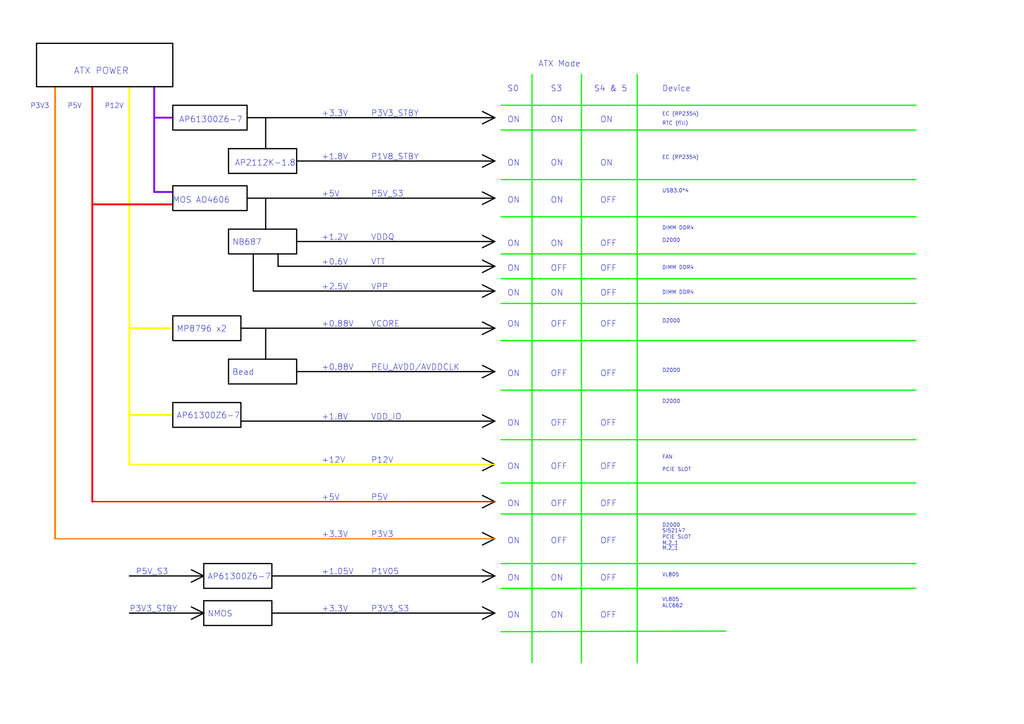
<source format=kicad_sch>
(kicad_sch
	(version 20250114)
	(generator "eeschema")
	(generator_version "9.0")
	(uuid "9b962762-b9ed-44d1-ae1a-66ebb8a3131f")
	(paper "A3")
	(title_block
		(title "Bugboard-1 D2000 mITX")
		(date "2025-05-23")
		(rev "1.0")
	)
	(lib_symbols)
	(rectangle
		(start 111.506 231.14)
		(end 83.566 241.3)
		(stroke
			(width 0.508)
			(type solid)
			(color 0 0 0 1)
		)
		(fill
			(type none)
		)
		(uuid 17bee92c-2f81-44c9-bf83-7cc6dae39ce6)
	)
	(rectangle
		(start 121.666 147.32)
		(end 93.726 157.48)
		(stroke
			(width 0.508)
			(type solid)
			(color 0 0 0 1)
		)
		(fill
			(type none)
		)
		(uuid 1c48d564-df0d-4d51-98dd-eef0e142abdd)
	)
	(rectangle
		(start 101.346 43.18)
		(end 70.866 53.34)
		(stroke
			(width 0.508)
			(type solid)
			(color 0 0 0 1)
		)
		(fill
			(type none)
		)
		(uuid 3d94f4a5-48c4-4bdc-9543-b4c49a5506b8)
	)
	(rectangle
		(start 121.666 93.98)
		(end 93.726 104.14)
		(stroke
			(width 0.508)
			(type solid)
			(color 0 0 0 1)
		)
		(fill
			(type none)
		)
		(uuid 3f4ffd79-9faf-4d73-a155-08e1b0cce69b)
	)
	(rectangle
		(start 70.866 17.78)
		(end 14.986 35.56)
		(stroke
			(width 0.508)
			(type solid)
			(color 0 0 0 1)
		)
		(fill
			(type none)
		)
		(uuid 463994d6-5e98-4125-bc01-9ec5acaff6fb)
	)
	(rectangle
		(start 98.806 129.54)
		(end 70.866 139.7)
		(stroke
			(width 0.508)
			(type solid)
			(color 0 0 0 1)
		)
		(fill
			(type none)
		)
		(uuid 48a573ef-6092-45ec-9564-5c646695e91a)
	)
	(rectangle
		(start 111.506 246.38)
		(end 83.566 256.54)
		(stroke
			(width 0.508)
			(type solid)
			(color 0 0 0 1)
		)
		(fill
			(type none)
		)
		(uuid 6d9867bc-c110-4f36-b132-c86e9ce1d307)
	)
	(rectangle
		(start 101.346 76.2)
		(end 70.866 86.36)
		(stroke
			(width 0.508)
			(type solid)
			(color 0 0 0 1)
		)
		(fill
			(type none)
		)
		(uuid 88828e65-30bc-4dc1-a166-73ca93c79eae)
	)
	(rectangle
		(start 98.806 165.1)
		(end 70.866 175.26)
		(stroke
			(width 0.508)
			(type solid)
			(color 0 0 0 1)
		)
		(fill
			(type none)
		)
		(uuid 8b09e485-21c3-4f06-9bac-ae565738eb92)
	)
	(rectangle
		(start 93.726 60.96)
		(end 121.666 71.12)
		(stroke
			(width 0.508)
			(type solid)
			(color 0 0 0 1)
		)
		(fill
			(type none)
		)
		(uuid f16d23ed-00b8-484e-bcf3-c99111b08f88)
	)
	(text "P12V"
		(exclude_from_sim no)
		(at 152.146 190.246 0)
		(effects
			(font
				(size 2.413 2.413)
			)
			(justify left bottom)
		)
		(uuid "0119c1b4-270c-4b70-9b64-1c935fc0d904")
	)
	(text "+1.2V"
		(exclude_from_sim no)
		(at 131.826 98.806 0)
		(effects
			(font
				(size 2.413 2.413)
			)
			(justify left bottom)
		)
		(uuid "018d4277-596d-4861-8652-8719a0e95f93")
	)
	(text "ON"
		(exclude_from_sim no)
		(at 208.026 192.786 0)
		(effects
			(font
				(size 2.413 2.413)
			)
			(justify left bottom)
		)
		(uuid "01a495c9-d834-438c-bb85-35aad8f1ae87")
	)
	(text "OFF"
		(exclude_from_sim no)
		(at 246.126 83.566 0)
		(effects
			(font
				(size 2.413 2.413)
			)
			(justify left bottom)
		)
		(uuid "02c2070a-88e1-4c23-8657-64c2246c0e0f")
	)
	(text "ON"
		(exclude_from_sim no)
		(at 208.026 50.546 0)
		(effects
			(font
				(size 2.413 2.413)
			)
			(justify left bottom)
		)
		(uuid "080920c4-2925-48f2-9277-009da5e48134")
	)
	(text "D2000"
		(exclude_from_sim no)
		(at 271.526 152.908 0)
		(effects
			(font
				(size 1.524 1.524)
			)
			(justify left bottom)
		)
		(uuid "0d59b52d-f82e-4dd8-8b81-a8dbd01779fe")
	)
	(text "P3V3_S3"
		(exclude_from_sim no)
		(at 152.146 251.206 0)
		(effects
			(font
				(size 2.413 2.413)
			)
			(justify left bottom)
		)
		(uuid "1231d8d2-1c90-41dd-885a-3cbfc4219e4d")
	)
	(text "PEU_AVDD/AVDDCLK"
		(exclude_from_sim no)
		(at 152.146 152.146 0)
		(effects
			(font
				(size 2.413 2.413)
			)
			(justify left bottom)
		)
		(uuid "13c2a8e0-bd18-4a77-8421-a6f4f9fa4fee")
	)
	(text "VTT"
		(exclude_from_sim no)
		(at 152.146 108.966 0)
		(effects
			(font
				(size 2.413 2.413)
			)
			(justify left bottom)
		)
		(uuid "14691d74-8b48-480b-958c-4957cb0849f2")
	)
	(text "MOS AO4606"
		(exclude_from_sim no)
		(at 70.866 83.566 0)
		(effects
			(font
				(size 2.413 2.413)
			)
			(justify left bottom)
		)
		(uuid "15db7ec3-7c37-4e49-ab9b-2da370a204e3")
	)
	(text "USB3.0*4"
		(exclude_from_sim no)
		(at 271.526 79.248 0)
		(effects
			(font
				(size 1.524 1.524)
			)
			(justify left bottom)
		)
		(uuid "160c0fa2-b348-417f-82b8-41fef271de81")
	)
	(text "OFF"
		(exclude_from_sim no)
		(at 246.126 223.266 0)
		(effects
			(font
				(size 2.413 2.413)
			)
			(justify left bottom)
		)
		(uuid "1639bdef-3e16-41b1-ad79-ac37abb0ef8d")
	)
	(text "D2000"
		(exclude_from_sim no)
		(at 271.526 99.568 0)
		(effects
			(font
				(size 1.524 1.524)
			)
			(justify left bottom)
		)
		(uuid "17ec569c-91f9-4f6d-a9f9-62d44a2163e9")
	)
	(text "OFF"
		(exclude_from_sim no)
		(at 246.126 121.666 0)
		(effects
			(font
				(size 2.413 2.413)
			)
			(justify left bottom)
		)
		(uuid "17fb4b82-3056-436c-8e64-af2c543cba28")
	)
	(text "OFF"
		(exclude_from_sim no)
		(at 246.126 101.346 0)
		(effects
			(font
				(size 2.413 2.413)
			)
			(justify left bottom)
		)
		(uuid "1e1988fd-6785-4464-97f4-504219b9f8a3")
	)
	(text "M.2_1"
		(exclude_from_sim no)
		(at 271.526 225.806 0)
		(effects
			(font
				(size 1.524 1.524)
			)
			(justify left bottom)
		)
		(uuid "1ea47a32-84b0-46ba-b02e-5ee1e47450cd")
	)
	(text "P1V8_STBY"
		(exclude_from_sim no)
		(at 152.146 65.786 0)
		(effects
			(font
				(size 2.413 2.413)
			)
			(justify left bottom)
		)
		(uuid "1ff100ea-5ce4-4c0e-b3ec-f376d630dd2a")
	)
	(text "RTC (fill)"
		(exclude_from_sim no)
		(at 271.526 51.562 0)
		(effects
			(font
				(size 1.524 1.524)
			)
			(justify left bottom)
		)
		(uuid "21eabb72-8a59-4334-b2fe-95a7b40155ee")
	)
	(text "ON"
		(exclude_from_sim no)
		(at 208.026 134.366 0)
		(effects
			(font
				(size 2.413 2.413)
			)
			(justify left bottom)
		)
		(uuid "22ae681f-414d-40dc-af5b-1b171282db92")
	)
	(text "Bead"
		(exclude_from_sim no)
		(at 95.25 154.178 0)
		(effects
			(font
				(size 2.413 2.413)
			)
			(justify left bottom)
		)
		(uuid "27112ed8-a42a-49eb-b458-d4bb6479c401")
	)
	(text "AP61300Z6-7"
		(exclude_from_sim no)
		(at 72.39 171.958 0)
		(effects
			(font
				(size 2.413 2.413)
			)
			(justify left bottom)
		)
		(uuid "2a8e08ec-4b8a-407b-8324-dd09a4b4263b")
	)
	(text "ON"
		(exclude_from_sim no)
		(at 246.126 68.326 0)
		(effects
			(font
				(size 2.413 2.413)
			)
			(justify left bottom)
		)
		(uuid "3250ba4a-54c2-424e-9785-48f3587a6768")
	)
	(text "OFF"
		(exclude_from_sim no)
		(at 225.806 175.006 0)
		(effects
			(font
				(size 2.413 2.413)
			)
			(justify left bottom)
		)
		(uuid "33612ee3-0f9e-4a7b-adb2-b162b358fe58")
	)
	(text "S4 & 5"
		(exclude_from_sim no)
		(at 243.586 37.846 0)
		(effects
			(font
				(size 2.413 2.413)
			)
			(justify left bottom)
		)
		(uuid "33ee3c15-9522-49c6-a806-2fb7a2b6d026")
	)
	(text "PCIE SLOT"
		(exclude_from_sim no)
		(at 271.526 193.548 0)
		(effects
			(font
				(size 1.524 1.524)
			)
			(justify left bottom)
		)
		(uuid "4118c842-92f0-445d-a337-8f8e7644138c")
	)
	(text "ON"
		(exclude_from_sim no)
		(at 225.806 83.566 0)
		(effects
			(font
				(size 2.413 2.413)
			)
			(justify left bottom)
		)
		(uuid "412dd567-5844-4db9-87ef-1d855c150f68")
	)
	(text "OFF"
		(exclude_from_sim no)
		(at 225.806 134.366 0)
		(effects
			(font
				(size 2.413 2.413)
			)
			(justify left bottom)
		)
		(uuid "48351819-e9b8-4199-8116-ec85601fc1f0")
	)
	(text "+2.5V"
		(exclude_from_sim no)
		(at 131.826 119.126 0)
		(effects
			(font
				(size 2.413 2.413)
			)
			(justify left bottom)
		)
		(uuid "4b33ba49-8f3b-446d-a6b6-192b5f7f6a3d")
	)
	(text "P12V"
		(exclude_from_sim no)
		(at 42.926 44.704 0)
		(effects
			(font
				(size 2.032 2.032)
			)
			(justify left bottom)
		)
		(uuid "4b92ca7a-68d9-4a16-b27f-36ea4954fa5e")
	)
	(text "P5V_S3"
		(exclude_from_sim no)
		(at 152.146 81.026 0)
		(effects
			(font
				(size 2.413 2.413)
			)
			(justify left bottom)
		)
		(uuid "4cdae109-5014-4b28-a8e2-0d9919f93810")
	)
	(text "VDDQ"
		(exclude_from_sim no)
		(at 152.146 98.806 0)
		(effects
			(font
				(size 2.413 2.413)
			)
			(justify left bottom)
		)
		(uuid "4da4c462-d9a3-4bb6-983c-0630b5e9696a")
	)
	(text "OFF"
		(exclude_from_sim no)
		(at 246.126 208.026 0)
		(effects
			(font
				(size 2.413 2.413)
			)
			(justify left bottom)
		)
		(uuid "50c420e9-e612-4ef9-9728-d45ac7a563f9")
	)
	(text "OFF"
		(exclude_from_sim no)
		(at 246.126 175.006 0)
		(effects
			(font
				(size 2.413 2.413)
			)
			(justify left bottom)
		)
		(uuid "50f65e4e-397b-414f-bb47-5f2844cb3653")
	)
	(text "PCIE SLOT"
		(exclude_from_sim no)
		(at 271.526 221.234 0)
		(effects
			(font
				(size 1.524 1.524)
			)
			(justify left bottom)
		)
		(uuid "53bf0201-879e-40dd-8d37-0962314347cb")
	)
	(text "S3"
		(exclude_from_sim no)
		(at 225.806 37.846 0)
		(effects
			(font
				(size 2.413 2.413)
			)
			(justify left bottom)
		)
		(uuid "54b2d212-2703-49a2-8e64-29375cca8d11")
	)
	(text "ON"
		(exclude_from_sim no)
		(at 208.026 208.026 0)
		(effects
			(font
				(size 2.413 2.413)
			)
			(justify left bottom)
		)
		(uuid "5aa2cdc5-79d9-4b13-b7f4-d42057ccb628")
	)
	(text "AP61300Z6-7"
		(exclude_from_sim no)
		(at 85.09 237.998 0)
		(effects
			(font
				(size 2.413 2.413)
			)
			(justify left bottom)
		)
		(uuid "5b9b0fef-d507-477f-862e-1e25417621e4")
	)
	(text "AP61300Z6-7"
		(exclude_from_sim no)
		(at 73.406 50.546 0)
		(effects
			(font
				(size 2.413 2.413)
			)
			(justify left bottom)
		)
		(uuid "5c049c30-c94c-4326-852a-d02aad7d2d22")
	)
	(text "P3V3"
		(exclude_from_sim no)
		(at 12.446 44.704 0)
		(effects
			(font
				(size 2.032 2.032)
			)
			(justify left bottom)
		)
		(uuid "5da331fa-3279-4042-ac9a-635338c43428")
	)
	(text "ON"
		(exclude_from_sim no)
		(at 208.026 111.506 0)
		(effects
			(font
				(size 2.413 2.413)
			)
			(justify left bottom)
		)
		(uuid "5ec9cbbd-e22f-42d2-a4f3-c3712774f222")
	)
	(text "EC (RP2354)"
		(exclude_from_sim no)
		(at 271.526 65.532 0)
		(effects
			(font
				(size 1.524 1.524)
			)
			(justify left bottom)
		)
		(uuid "634dfae7-cb38-4a9c-8e81-ea48cef1eabb")
	)
	(text "OFF"
		(exclude_from_sim no)
		(at 246.126 238.506 0)
		(effects
			(font
				(size 2.413 2.413)
			)
			(justify left bottom)
		)
		(uuid "69ea9e66-a58b-453f-8548-20b67888e1b7")
	)
	(text "ON"
		(exclude_from_sim no)
		(at 246.126 50.546 0)
		(effects
			(font
				(size 2.413 2.413)
			)
			(justify left bottom)
		)
		(uuid "6bbc8cef-8937-45d3-951d-c94156a54dc6")
	)
	(text "ON"
		(exclude_from_sim no)
		(at 208.026 121.666 0)
		(effects
			(font
				(size 2.413 2.413)
			)
			(justify left bottom)
		)
		(uuid "6c259c1d-c0b5-4d28-92f2-01b35e5c8698")
	)
	(text "ATX Mode"
		(exclude_from_sim no)
		(at 220.726 27.686 0)
		(effects
			(font
				(size 2.413 2.413)
			)
			(justify left bottom)
		)
		(uuid "703a59ea-6bd7-4417-830a-472a6174d356")
	)
	(text "D2000"
		(exclude_from_sim no)
		(at 271.526 165.608 0)
		(effects
			(font
				(size 1.524 1.524)
			)
			(justify left bottom)
		)
		(uuid "7077ef6e-d799-40e6-8882-5607d5a8c88f")
	)
	(text "+3.3V"
		(exclude_from_sim no)
		(at 131.826 48.006 0)
		(effects
			(font
				(size 2.413 2.413)
			)
			(justify left bottom)
		)
		(uuid "728cd3da-7f00-42db-88d0-e279ceadaae8")
	)
	(text "VPP"
		(exclude_from_sim no)
		(at 152.146 119.126 0)
		(effects
			(font
				(size 2.413 2.413)
			)
			(justify left bottom)
		)
		(uuid "7331efcc-0fe7-4c10-bbb9-9e9ab23587f4")
	)
	(text "P5V_S3"
		(exclude_from_sim no)
		(at 55.626 235.966 0)
		(effects
			(font
				(size 2.413 2.413)
			)
			(justify left bottom)
		)
		(uuid "746ac498-f722-4280-9caa-60d4912ec26e")
	)
	(text "OFF"
		(exclude_from_sim no)
		(at 246.126 134.366 0)
		(effects
			(font
				(size 2.413 2.413)
			)
			(justify left bottom)
		)
		(uuid "7525f464-c789-4ee1-bf44-8abc68d7db57")
	)
	(text "NB687"
		(exclude_from_sim no)
		(at 95.25 100.838 0)
		(effects
			(font
				(size 2.413 2.413)
			)
			(justify left bottom)
		)
		(uuid "75fa1d8d-34c0-4c59-983a-68b9d84eb536")
	)
	(text "+5V"
		(exclude_from_sim no)
		(at 131.826 205.486 0)
		(effects
			(font
				(size 2.413 2.413)
			)
			(justify left bottom)
		)
		(uuid "781c8583-e791-40dd-a92d-68b4be2a8ded")
	)
	(text "OFF"
		(exclude_from_sim no)
		(at 225.806 223.266 0)
		(effects
			(font
				(size 2.413 2.413)
			)
			(justify left bottom)
		)
		(uuid "7cbe8911-bfea-434b-8758-b3ff554d015b")
	)
	(text "+5V"
		(exclude_from_sim no)
		(at 131.826 81.026 0)
		(effects
			(font
				(size 2.413 2.413)
			)
			(justify left bottom)
		)
		(uuid "7e4096eb-cab6-4f53-857a-e5499bb12147")
	)
	(text "ON"
		(exclude_from_sim no)
		(at 225.806 68.326 0)
		(effects
			(font
				(size 2.413 2.413)
			)
			(justify left bottom)
		)
		(uuid "7e739d2a-1921-44d5-a045-0d723337ee4f")
	)
	(text "ON"
		(exclude_from_sim no)
		(at 225.806 101.346 0)
		(effects
			(font
				(size 2.413 2.413)
			)
			(justify left bottom)
		)
		(uuid "81ea7e73-68e9-4e19-85bf-fc2cfa821aab")
	)
	(text "OFF"
		(exclude_from_sim no)
		(at 225.806 154.686 0)
		(effects
			(font
				(size 2.413 2.413)
			)
			(justify left bottom)
		)
		(uuid "83e21779-fec6-4765-983e-bef528ceffdc")
	)
	(text "OFF"
		(exclude_from_sim no)
		(at 246.126 111.506 0)
		(effects
			(font
				(size 2.413 2.413)
			)
			(justify left bottom)
		)
		(uuid "83f6502f-4297-43a6-8f76-fd95f8e71fe9")
	)
	(text "M.2_1"
		(exclude_from_sim no)
		(at 271.526 223.774 0)
		(effects
			(font
				(size 1.524 1.524)
			)
			(justify left bottom)
		)
		(uuid "875d6a12-1d33-4882-999b-c25e434f4945")
	)
	(text "VCORE"
		(exclude_from_sim no)
		(at 152.146 134.366 0)
		(effects
			(font
				(size 2.413 2.413)
			)
			(justify left bottom)
		)
		(uuid "8950c42c-de08-4f42-9e49-006446ca00e5")
	)
	(text "ON"
		(exclude_from_sim no)
		(at 208.026 175.006 0)
		(effects
			(font
				(size 2.413 2.413)
			)
			(justify left bottom)
		)
		(uuid "8b4bb3da-adef-4c57-8d4a-4fea5d78a097")
	)
	(text "D2000"
		(exclude_from_sim no)
		(at 271.526 132.588 0)
		(effects
			(font
				(size 1.524 1.524)
			)
			(justify left bottom)
		)
		(uuid "8c000026-938d-4b30-96fe-8d71a40e8911")
	)
	(text "P3V3_STBY"
		(exclude_from_sim no)
		(at 53.086 251.206 0)
		(effects
			(font
				(size 2.413 2.413)
			)
			(justify left bottom)
		)
		(uuid "8c60ef46-1552-434f-b1ae-51accd83e0e0")
	)
	(text "FAN"
		(exclude_from_sim no)
		(at 271.526 188.468 0)
		(effects
			(font
				(size 1.524 1.524)
			)
			(justify left bottom)
		)
		(uuid "8cff1c7c-aed6-4ee1-b612-aa8fdebb4ab2")
	)
	(text "+1.05V"
		(exclude_from_sim no)
		(at 131.826 235.966 0)
		(effects
			(font
				(size 2.413 2.413)
			)
			(justify left bottom)
		)
		(uuid "92294e6a-4fe8-42aa-9d6a-7f875d6ce08b")
	)
	(text "OFF"
		(exclude_from_sim no)
		(at 246.126 154.686 0)
		(effects
			(font
				(size 2.413 2.413)
			)
			(justify left bottom)
		)
		(uuid "93d4fee8-ef07-493e-a8a1-b8bb46dc8465")
	)
	(text "ON"
		(exclude_from_sim no)
		(at 225.806 253.746 0)
		(effects
			(font
				(size 2.413 2.413)
			)
			(justify left bottom)
		)
		(uuid "9430feeb-aa7a-45dc-9c7f-2a59519d4fd8")
	)
	(text "+12V"
		(exclude_from_sim no)
		(at 131.826 190.246 0)
		(effects
			(font
				(size 2.413 2.413)
			)
			(justify left bottom)
		)
		(uuid "982f4b16-ee28-4673-9c93-aa238f04eb81")
	)
	(text "+3.3V"
		(exclude_from_sim no)
		(at 131.826 251.206 0)
		(effects
			(font
				(size 2.413 2.413)
			)
			(justify left bottom)
		)
		(uuid "9b799455-5b17-48ea-a8e2-01cad38ab56f")
	)
	(text "DIMM DDR4"
		(exclude_from_sim no)
		(at 271.526 110.744 0)
		(effects
			(font
				(size 1.524 1.524)
			)
			(justify left bottom)
		)
		(uuid "9b931d18-c1bf-4211-8f0a-a3f370d5e72d")
	)
	(text "P1V05"
		(exclude_from_sim no)
		(at 152.146 235.966 0)
		(effects
			(font
				(size 2.413 2.413)
			)
			(justify left bottom)
		)
		(uuid "9d3331c7-1f27-4935-81a1-08ef98cb01f3")
	)
	(text "Device"
		(exclude_from_sim no)
		(at 271.526 37.846 0)
		(effects
			(font
				(size 2.413 2.413)
			)
			(justify left bottom)
		)
		(uuid "9e6c5150-96a3-4c08-a303-ae6c471b82cd")
	)
	(text "+0.88V"
		(exclude_from_sim no)
		(at 131.826 152.146 0)
		(effects
			(font
				(size 2.413 2.413)
			)
			(justify left bottom)
		)
		(uuid "9eaaa155-0ed7-4607-80ba-a3d0d6ae42c4")
	)
	(text "ON"
		(exclude_from_sim no)
		(at 225.806 121.666 0)
		(effects
			(font
				(size 2.413 2.413)
			)
			(justify left bottom)
		)
		(uuid "a1bab5ec-e82a-4fca-a22f-a2a7897a0ee0")
	)
	(text "+0.6V"
		(exclude_from_sim no)
		(at 131.826 108.966 0)
		(effects
			(font
				(size 2.413 2.413)
			)
			(justify left bottom)
		)
		(uuid "a6220b32-bc6a-4541-89c9-8857d5d5b95f")
	)
	(text "VL805"
		(exclude_from_sim no)
		(at 271.526 236.728 0)
		(effects
			(font
				(size 1.524 1.524)
			)
			(justify left bottom)
		)
		(uuid "a7bf9182-20a8-4b6b-b23a-993d50ad68e4")
	)
	(text "ON"
		(exclude_from_sim no)
		(at 208.026 83.566 0)
		(effects
			(font
				(size 2.413 2.413)
			)
			(justify left bottom)
		)
		(uuid "abe2355f-9fbb-4d26-ad6a-cc273c0bfac8")
	)
	(text "ON"
		(exclude_from_sim no)
		(at 208.026 154.686 0)
		(effects
			(font
				(size 2.413 2.413)
			)
			(justify left bottom)
		)
		(uuid "af2f1511-1f74-4fc8-9c7c-2a44b25edd72")
	)
	(text "P3V3"
		(exclude_from_sim no)
		(at 152.146 220.726 0)
		(effects
			(font
				(size 2.413 2.413)
			)
			(justify left bottom)
		)
		(uuid "b2d02610-f47b-453e-8bb4-c83a41f17f03")
	)
	(text "P5V"
		(exclude_from_sim no)
		(at 152.146 205.486 0)
		(effects
			(font
				(size 2.413 2.413)
			)
			(justify left bottom)
		)
		(uuid "b6164791-8899-41cf-83ca-50add6428a68")
	)
	(text "OFF"
		(exclude_from_sim no)
		(at 246.126 192.786 0)
		(effects
			(font
				(size 2.413 2.413)
			)
			(justify left bottom)
		)
		(uuid "b80dc2e5-2297-460c-816e-80d9423007c9")
	)
	(text "+0.88V"
		(exclude_from_sim no)
		(at 131.826 134.366 0)
		(effects
			(font
				(size 2.413 2.413)
			)
			(justify left bottom)
		)
		(uuid "b90bb201-c087-4d37-bdde-190ba7f6dd5d")
	)
	(text "ALC662"
		(exclude_from_sim no)
		(at 271.526 249.428 0)
		(effects
			(font
				(size 1.524 1.524)
			)
			(justify left bottom)
		)
		(uuid "ba716d5d-7cb1-4879-a335-aadec19f9e6f")
	)
	(text "+1.8V"
		(exclude_from_sim no)
		(at 131.826 65.786 0)
		(effects
			(font
				(size 2.413 2.413)
			)
			(justify left bottom)
		)
		(uuid "ba84367f-ba3d-4c0d-9028-f4c4bf7d9cfb")
	)
	(text "+1.8V"
		(exclude_from_sim no)
		(at 131.826 172.466 0)
		(effects
			(font
				(size 2.413 2.413)
			)
			(justify left bottom)
		)
		(uuid "bb7b5644-8c58-4ada-bfef-1fd2ca4ab474")
	)
	(text "D2000"
		(exclude_from_sim no)
		(at 271.526 216.408 0)
		(effects
			(font
				(size 1.524 1.524)
			)
			(justify left bottom)
		)
		(uuid "bdba18c3-6be7-46f6-99ca-1b371cbb04fa")
	)
	(text "MP8796 x2"
		(exclude_from_sim no)
		(at 72.39 136.398 0)
		(effects
			(font
				(size 2.413 2.413)
			)
			(justify left bottom)
		)
		(uuid "caa351b2-ad04-4dc6-a811-fc6c0ae972cb")
	)
	(text "S0"
		(exclude_from_sim no)
		(at 208.026 37.846 0)
		(effects
			(font
				(size 2.413 2.413)
			)
			(justify left bottom)
		)
		(uuid "caa88b36-15f3-4fec-8aa9-1388aa45a3e5")
	)
	(text "OFF"
		(exclude_from_sim no)
		(at 225.806 208.026 0)
		(effects
			(font
				(size 2.413 2.413)
			)
			(justify left bottom)
		)
		(uuid "cf9c41d2-e44c-4bb3-b1f6-cdb94ec09859")
	)
	(text "ON"
		(exclude_from_sim no)
		(at 208.026 238.506 0)
		(effects
			(font
				(size 2.413 2.413)
			)
			(justify left bottom)
		)
		(uuid "d3f2d4ff-30b3-4f84-9d66-0096241491ed")
	)
	(text "ON"
		(exclude_from_sim no)
		(at 208.026 101.346 0)
		(effects
			(font
				(size 2.413 2.413)
			)
			(justify left bottom)
		)
		(uuid "d642a8f5-7fed-4cfb-9fb8-9704271584f0")
	)
	(text "ON"
		(exclude_from_sim no)
		(at 208.026 68.326 0)
		(effects
			(font
				(size 2.413 2.413)
			)
			(justify left bottom)
		)
		(uuid "d83164d1-b54c-4781-88db-d2d95c6b044e")
	)
	(text "+3.3V"
		(exclude_from_sim no)
		(at 131.826 220.726 0)
		(effects
			(font
				(size 2.413 2.413)
			)
			(justify left bottom)
		)
		(uuid "d998a0d3-825f-4c40-a14f-c84aa490dd46")
	)
	(text "ON"
		(exclude_from_sim no)
		(at 225.806 50.546 0)
		(effects
			(font
				(size 2.413 2.413)
			)
			(justify left bottom)
		)
		(uuid "da330d05-eb46-4488-abab-09d909a30ff5")
	)
	(text "DIMM DDR4"
		(exclude_from_sim no)
		(at 271.526 120.904 0)
		(effects
			(font
				(size 1.524 1.524)
			)
			(justify left bottom)
		)
		(uuid "db2c9789-976c-4111-b971-3fe97321d45d")
	)
	(text "EC (RP2354)"
		(exclude_from_sim no)
		(at 271.526 47.752 0)
		(effects
			(font
				(size 1.524 1.524)
			)
			(justify left bottom)
		)
		(uuid "dbee9f58-a356-446c-97ed-ed3743f9ef49")
	)
	(text "OFF"
		(exclude_from_sim no)
		(at 225.806 192.786 0)
		(effects
			(font
				(size 2.413 2.413)
			)
			(justify left bottom)
		)
		(uuid "dd361685-742d-433a-9ecc-c7012acdee42")
	)
	(text "VL805"
		(exclude_from_sim no)
		(at 271.526 246.888 0)
		(effects
			(font
				(size 1.524 1.524)
			)
			(justify left bottom)
		)
		(uuid "e38d80ed-4333-44ab-b4a7-a39a413c9ba8")
	)
	(text "DIMM DDR4"
		(exclude_from_sim no)
		(at 271.526 94.488 0)
		(effects
			(font
				(size 1.524 1.524)
			)
			(justify left bottom)
		)
		(uuid "e3f942b3-f126-4673-9408-07d782d0278d")
	)
	(text "ON"
		(exclude_from_sim no)
		(at 225.806 238.506 0)
		(effects
			(font
				(size 2.413 2.413)
			)
			(justify left bottom)
		)
		(uuid "e59b90b8-8d29-4845-a330-4f221f27e69e")
	)
	(text "OFF"
		(exclude_from_sim no)
		(at 246.126 253.746 0)
		(effects
			(font
				(size 2.413 2.413)
			)
			(justify left bottom)
		)
		(uuid "e830216a-379a-43d7-b89f-ee089deab067")
	)
	(text "OFF"
		(exclude_from_sim no)
		(at 225.806 111.506 0)
		(effects
			(font
				(size 2.413 2.413)
			)
			(justify left bottom)
		)
		(uuid "e83615d8-f090-4767-9408-9ddb0207cc33")
	)
	(text "P5V"
		(exclude_from_sim no)
		(at 27.686 44.704 0)
		(effects
			(font
				(size 2.032 2.032)
			)
			(justify left bottom)
		)
		(uuid "eab14d9e-abfd-4c49-9d9e-ff251bb10bb6")
	)
	(text "ON"
		(exclude_from_sim no)
		(at 208.026 223.266 0)
		(effects
			(font
				(size 2.413 2.413)
			)
			(justify left bottom)
		)
		(uuid "eac9ae21-5c73-4616-b215-c7225c2a6cbf")
	)
	(text "VDD_IO"
		(exclude_from_sim no)
		(at 152.146 172.466 0)
		(effects
			(font
				(size 2.413 2.413)
			)
			(justify left bottom)
		)
		(uuid "eacecd5b-f757-402d-b487-3586af3bdd16")
	)
	(text "ON"
		(exclude_from_sim no)
		(at 208.026 253.746 0)
		(effects
			(font
				(size 2.413 2.413)
			)
			(justify left bottom)
		)
		(uuid "ecedfd22-a7d5-427a-a0a3-e1f2237f6394")
	)
	(text "NMOS"
		(exclude_from_sim no)
		(at 85.09 253.238 0)
		(effects
			(font
				(size 2.413 2.413)
			)
			(justify left bottom)
		)
		(uuid "f9fdc8f7-64aa-41e1-8bff-69b5941fefa4")
	)
	(text "SI52147"
		(exclude_from_sim no)
		(at 271.526 218.694 0)
		(effects
			(font
				(size 1.524 1.524)
			)
			(justify left bottom)
		)
		(uuid "fa368743-44c6-4d67-af4b-faaba252601f")
	)
	(text "AP2112K-1.8"
		(exclude_from_sim no)
		(at 96.266 68.326 0)
		(effects
			(font
				(size 2.413 2.413)
			)
			(justify left bottom)
		)
		(uuid "fb747bdd-e1fd-4d7b-96eb-bf03caebc1a3")
	)
	(text "ATX POWER"
		(exclude_from_sim no)
		(at 30.226 30.734 0)
		(effects
			(font
				(size 2.667 2.667)
			)
			(justify left bottom)
		)
		(uuid "fcabd766-a8d5-485a-8256-ae62c2927fa3")
	)
	(text "P3V3_STBY"
		(exclude_from_sim no)
		(at 152.146 48.006 0)
		(effects
			(font
				(size 2.413 2.413)
			)
			(justify left bottom)
		)
		(uuid "fd14a433-b3f6-44ae-87bd-355c89950fe5")
	)
	(polyline
		(pts
			(xy 37.846 205.74) (xy 202.946 205.74)
		)
		(stroke
			(width 0.508)
			(type solid)
			(color 255 0 0 1)
		)
		(uuid "03d9bd7a-8c5a-4433-9461-463c30e18fbd")
	)
	(polyline
		(pts
			(xy 63.246 48.26) (xy 70.866 48.26)
		)
		(stroke
			(width 0.762)
			(type solid)
			(color 132 0 255 1)
		)
		(uuid "0a6be5e7-8b3d-4ea1-8063-ca10f1832240")
	)
	(polyline
		(pts
			(xy 83.566 251.46) (xy 53.086 251.46)
		)
		(stroke
			(width 0.508)
			(type solid)
			(color 0 0 0 1)
		)
		(uuid "12a1a494-4c4a-490a-8533-3bbfc6d8e84e")
	)
	(polyline
		(pts
			(xy 205.486 231.14) (xy 375.666 231.14)
		)
		(stroke
			(width 0.508)
			(type solid)
			(color 0 255 0 1)
		)
		(uuid "15f7c59b-f739-4679-ac6e-a9f8de5a7860")
	)
	(polyline
		(pts
			(xy 202.946 81.28) (xy 197.866 83.82)
		)
		(stroke
			(width 0.508)
			(type solid)
			(color 0 0 0 1)
		)
		(uuid "1646636f-4c22-4612-8070-0af6d7f1ebdd")
	)
	(polyline
		(pts
			(xy 202.946 109.22) (xy 197.866 111.76)
		)
		(stroke
			(width 0.508)
			(type solid)
			(color 0 0 0 1)
		)
		(uuid "16fe2cc1-d041-419c-b181-c360c97fbf17")
	)
	(polyline
		(pts
			(xy 202.946 134.62) (xy 197.866 132.08)
		)
		(stroke
			(width 0.508)
			(type solid)
			(color 0 0 0 1)
		)
		(uuid "1a946272-c773-4042-896a-1b08e460277e")
	)
	(polyline
		(pts
			(xy 202.946 99.06) (xy 197.866 96.52)
		)
		(stroke
			(width 0.508)
			(type solid)
			(color 0 0 0 1)
		)
		(uuid "1d8ebb6a-4820-4e5d-bdde-9a4e9601b894")
	)
	(polyline
		(pts
			(xy 202.946 251.46) (xy 197.866 254)
		)
		(stroke
			(width 0.508)
			(type solid)
			(color 0 0 0 1)
		)
		(uuid "22e8f5b9-54a9-4096-96fc-64fc30cc9ddd")
	)
	(polyline
		(pts
			(xy 202.946 48.26) (xy 197.866 50.8)
		)
		(stroke
			(width 0.508)
			(type solid)
			(color 0 0 0 1)
		)
		(uuid "244682e9-85f1-40c4-ba4c-772a8f6050db")
	)
	(polyline
		(pts
			(xy 37.846 83.82) (xy 70.866 83.82)
		)
		(stroke
			(width 0.762)
			(type solid)
			(color 255 0 0 1)
		)
		(uuid "26c78348-4f32-47a2-afa1-a5da4cce0000")
	)
	(polyline
		(pts
			(xy 202.946 134.62) (xy 197.866 137.16)
		)
		(stroke
			(width 0.508)
			(type solid)
			(color 0 0 0 1)
		)
		(uuid "2a7634c2-ea72-446e-bec5-1b18864bb75e")
	)
	(polyline
		(pts
			(xy 202.946 48.26) (xy 197.866 45.72)
		)
		(stroke
			(width 0.508)
			(type solid)
			(color 0 0 0 1)
		)
		(uuid "324289f3-b034-4093-a37b-c5f083c0ae7a")
	)
	(polyline
		(pts
			(xy 83.566 236.22) (xy 53.086 236.22)
		)
		(stroke
			(width 0.508)
			(type solid)
			(color 0 0 0 1)
		)
		(uuid "36d7f11d-b9dd-45c8-ba06-a80c75f4aea8")
	)
	(polyline
		(pts
			(xy 202.946 220.98) (xy 197.866 223.52)
		)
		(stroke
			(width 0.508)
			(type solid)
			(color 0 0 0 1)
		)
		(uuid "3746fa73-8773-45fc-b8d7-c7b54e4d4451")
	)
	(polyline
		(pts
			(xy 63.246 78.74) (xy 70.866 78.74)
		)
		(stroke
			(width 0.762)
			(type solid)
			(color 132 0 255 1)
		)
		(uuid "3d6754b3-ddee-45c9-8d2a-3783dbcb996f")
	)
	(polyline
		(pts
			(xy 53.086 190.5) (xy 202.946 190.5)
		)
		(stroke
			(width 0.508)
			(type solid)
			(color 255 255 0 1)
		)
		(uuid "3df63d4b-27cf-4641-b09f-44da5ce40664")
	)
	(polyline
		(pts
			(xy 205.486 43.18) (xy 375.666 43.18)
		)
		(stroke
			(width 0.508)
			(type solid)
			(color 0 255 0 1)
		)
		(uuid "3ec2b3f5-2061-4c01-9b71-9cf1efed533d")
	)
	(polyline
		(pts
			(xy 103.886 119.38) (xy 103.886 104.14)
		)
		(stroke
			(width 0.508)
			(type solid)
			(color 0 0 0 1)
		)
		(uuid "41a22103-2883-4005-8fdf-0cca9cdd9e30")
	)
	(polyline
		(pts
			(xy 261.366 30.48) (xy 261.366 271.78)
		)
		(stroke
			(width 0.508)
			(type solid)
			(color 0 255 0 1)
		)
		(uuid "44859eaf-c0f6-43d4-92db-d1015a164896")
	)
	(polyline
		(pts
			(xy 202.946 190.5) (xy 197.866 193.04)
		)
		(stroke
			(width 0.508)
			(type solid)
			(color 0 0 0 1)
		)
		(uuid "474082a1-29db-44fa-8afe-fb43f5fc5533")
	)
	(polyline
		(pts
			(xy 202.946 236.22) (xy 197.866 233.68)
		)
		(stroke
			(width 0.508)
			(type solid)
			(color 0 0 0 1)
		)
		(uuid "4d086f2a-5db2-42b2-a608-d9beef99e7bc")
	)
	(polyline
		(pts
			(xy 202.946 190.5) (xy 197.866 187.96)
		)
		(stroke
			(width 0.508)
			(type solid)
			(color 0 0 0 1)
		)
		(uuid "4e3a7e6d-4710-413a-8b90-f8585d307db4")
	)
	(polyline
		(pts
			(xy 108.966 60.96) (xy 108.966 48.26)
		)
		(stroke
			(width 0.508)
			(type solid)
			(color 0 0 0 1)
		)
		(uuid "5170c505-4164-46a9-9ae5-37b11d4ba8da")
	)
	(polyline
		(pts
			(xy 205.486 73.66) (xy 375.666 73.66)
		)
		(stroke
			(width 0.508)
			(type solid)
			(color 0 255 0 1)
		)
		(uuid "51c4d1f8-1f8e-4cc7-abc3-e4da33ea849d")
	)
	(polyline
		(pts
			(xy 202.946 251.46) (xy 197.866 248.92)
		)
		(stroke
			(width 0.508)
			(type solid)
			(color 0 0 0 1)
		)
		(uuid "51f68e7d-2b8f-440a-89bf-1ecc77694f8f")
	)
	(polyline
		(pts
			(xy 114.046 109.22) (xy 114.046 104.14)
		)
		(stroke
			(width 0.508)
			(type solid)
			(color 0 0 0 1)
		)
		(uuid "51ffd486-6136-4017-a588-3203b83bbff6")
	)
	(polyline
		(pts
			(xy 121.666 66.04) (xy 202.946 66.04)
		)
		(stroke
			(width 0.508)
			(type solid)
			(color 0 0 0 1)
		)
		(uuid "528d7221-08e5-4ffd-92d7-38d00a1a4a26")
	)
	(polyline
		(pts
			(xy 114.046 109.22) (xy 202.946 109.22)
		)
		(stroke
			(width 0.508)
			(type solid)
			(color 0 0 0 1)
		)
		(uuid "57974701-2d6f-4b8c-a5ee-faf3c68ac715")
	)
	(polyline
		(pts
			(xy 218.186 30.48) (xy 218.186 271.78)
		)
		(stroke
			(width 0.508)
			(type solid)
			(color 0 255 0 1)
		)
		(uuid "58aa0796-2292-49de-a4a0-06cd6addac6b")
	)
	(polyline
		(pts
			(xy 98.806 172.72) (xy 202.946 172.72)
		)
		(stroke
			(width 0.508)
			(type solid)
			(color 0 0 0 1)
		)
		(uuid "59be44ac-2553-4633-8f4f-337a76cb8fbb")
	)
	(polyline
		(pts
			(xy 22.606 35.56) (xy 22.606 220.98)
		)
		(stroke
			(width 0.762)
			(type solid)
			(color 255 130 0 1)
		)
		(uuid "5ee7db6f-a539-40d7-a76e-93c9ee043b9a")
	)
	(polyline
		(pts
			(xy 205.486 124.46) (xy 375.666 124.46)
		)
		(stroke
			(width 0.508)
			(type solid)
			(color 0 255 0 1)
		)
		(uuid "5f45f6d0-4994-4a39-8cf0-08628559e385")
	)
	(polyline
		(pts
			(xy 202.946 99.06) (xy 197.866 101.6)
		)
		(stroke
			(width 0.508)
			(type solid)
			(color 0 0 0 1)
		)
		(uuid "6d1cd549-3523-45e2-b5ff-2bb6a61384db")
	)
	(polyline
		(pts
			(xy 202.946 66.04) (xy 197.866 63.5)
		)
		(stroke
			(width 0.508)
			(type solid)
			(color 0 0 0 1)
		)
		(uuid "6d589af4-ce72-4175-beed-0d4171db644d")
	)
	(polyline
		(pts
			(xy 205.486 160.02) (xy 375.666 160.02)
		)
		(stroke
			(width 0.508)
			(type solid)
			(color 0 255 0 1)
		)
		(uuid "6e511428-e2e2-40ed-9601-5a6b6fd2261b")
	)
	(polyline
		(pts
			(xy 205.486 241.3) (xy 375.666 241.3)
		)
		(stroke
			(width 0.508)
			(type solid)
			(color 0 255 0 1)
		)
		(uuid "6f3d0db2-4280-4668-b0cf-d45f33463363")
	)
	(polyline
		(pts
			(xy 202.946 81.28) (xy 197.866 78.74)
		)
		(stroke
			(width 0.508)
			(type solid)
			(color 0 0 0 1)
		)
		(uuid "81e0c377-9e46-43ed-b6a7-43b921d6397e")
	)
	(polyline
		(pts
			(xy 202.946 205.74) (xy 197.866 208.28)
		)
		(stroke
			(width 0.508)
			(type solid)
			(color 0 0 0 1)
		)
		(uuid "829a74ea-4f24-41b9-95f2-35ee6811b367")
	)
	(polyline
		(pts
			(xy 37.846 35.56) (xy 37.846 205.74)
		)
		(stroke
			(width 0.762)
			(type solid)
			(color 255 0 0 1)
		)
		(uuid "856c1e54-c824-4ce3-a47e-cffef9893766")
	)
	(polyline
		(pts
			(xy 202.946 119.38) (xy 197.866 116.84)
		)
		(stroke
			(width 0.508)
			(type solid)
			(color 0 0 0 1)
		)
		(uuid "86107dc7-9757-46e5-8f9b-3af30b0d2797")
	)
	(polyline
		(pts
			(xy 22.606 220.98) (xy 202.946 220.98)
		)
		(stroke
			(width 0.508)
			(type solid)
			(color 255 130 0 1)
		)
		(uuid "86dd1704-2839-4d76-b818-4c0b92ebf987")
	)
	(polyline
		(pts
			(xy 205.486 210.82) (xy 375.666 210.82)
		)
		(stroke
			(width 0.508)
			(type solid)
			(color 0 255 0 1)
		)
		(uuid "875901fb-333a-4df8-a67c-2ca2e2c7d67a")
	)
	(polyline
		(pts
			(xy 202.946 66.04) (xy 197.866 68.58)
		)
		(stroke
			(width 0.508)
			(type solid)
			(color 0 0 0 1)
		)
		(uuid "8ada7752-2ce9-4964-9d49-f1979c18d128")
	)
	(polyline
		(pts
			(xy 202.946 205.74) (xy 197.866 203.2)
		)
		(stroke
			(width 0.508)
			(type solid)
			(color 0 0 0 1)
		)
		(uuid "8af09ef2-4c0b-47f4-a386-9bec955d2504")
	)
	(polyline
		(pts
			(xy 103.886 119.38) (xy 202.946 119.38)
		)
		(stroke
			(width 0.508)
			(type solid)
			(color 0 0 0 1)
		)
		(uuid "8c173d97-4861-42cb-9453-f6fc7f7007b8")
	)
	(polyline
		(pts
			(xy 205.486 88.9) (xy 375.666 88.9)
		)
		(stroke
			(width 0.508)
			(type solid)
			(color 0 255 0 1)
		)
		(uuid "8fb81f00-4ff1-459f-b4ac-62d52fcad283")
	)
	(polyline
		(pts
			(xy 111.506 236.22) (xy 202.946 236.22)
		)
		(stroke
			(width 0.508)
			(type solid)
			(color 0 0 0 1)
		)
		(uuid "928ad505-082a-42a6-9c38-9abc6203f900")
	)
	(polyline
		(pts
			(xy 205.486 139.7) (xy 375.666 139.7)
		)
		(stroke
			(width 0.508)
			(type solid)
			(color 0 255 0 1)
		)
		(uuid "937b754d-8b86-4703-b568-d3bd72463ec9")
	)
	(polyline
		(pts
			(xy 202.946 236.22) (xy 197.866 238.76)
		)
		(stroke
			(width 0.508)
			(type solid)
			(color 0 0 0 1)
		)
		(uuid "93f2767f-7e65-4365-bcaf-ba02903ee9e1")
	)
	(polyline
		(pts
			(xy 101.346 48.26) (xy 202.946 48.26)
		)
		(stroke
			(width 0.508)
			(type solid)
			(color 0 0 0 1)
		)
		(uuid "94fd5d6a-779d-4ff2-95e2-4b80ecee50d9")
	)
	(polyline
		(pts
			(xy 202.946 152.4) (xy 197.866 154.94)
		)
		(stroke
			(width 0.508)
			(type solid)
			(color 0 0 0 1)
		)
		(uuid "9800b7a3-ec64-4ed2-82f7-4bbfc5a9f787")
	)
	(polyline
		(pts
			(xy 121.666 152.4) (xy 202.946 152.4)
		)
		(stroke
			(width 0.508)
			(type solid)
			(color 0 0 0 1)
		)
		(uuid "9ed8b857-83d5-4d51-9240-71008aae32e8")
	)
	(polyline
		(pts
			(xy 202.946 152.4) (xy 197.866 149.86)
		)
		(stroke
			(width 0.508)
			(type solid)
			(color 0 0 0 1)
		)
		(uuid "a7794d0d-a8d5-4cbc-a7b9-b192da312157")
	)
	(polyline
		(pts
			(xy 108.966 93.98) (xy 108.966 81.28)
		)
		(stroke
			(width 0.508)
			(type solid)
			(color 0 0 0 1)
		)
		(uuid "aba6125b-24bf-4483-bd6d-ff695c99dc8c")
	)
	(polyline
		(pts
			(xy 202.946 172.72) (xy 197.866 175.26)
		)
		(stroke
			(width 0.508)
			(type solid)
			(color 0 0 0 1)
		)
		(uuid "abe89eae-fb51-4d5b-a10b-d0ff0cfc3f81")
	)
	(polyline
		(pts
			(xy 205.486 259.08) (xy 297.688 258.826)
		)
		(stroke
			(width 0.508)
			(type solid)
			(color 0 255 0 1)
		)
		(uuid "b492d2c7-4f3c-4a64-8d86-6258395a558e")
	)
	(polyline
		(pts
			(xy 205.486 180.34) (xy 375.666 180.34)
		)
		(stroke
			(width 0.508)
			(type solid)
			(color 0 255 0 1)
		)
		(uuid "b6f9871c-4808-4d2e-a49c-65d7dde32455")
	)
	(polyline
		(pts
			(xy 63.246 78.74) (xy 63.246 35.56)
		)
		(stroke
			(width 0.762)
			(type solid)
			(color 132 0 255 1)
		)
		(uuid "ba3badfe-02f4-4230-b580-10861fef4d9e")
	)
	(polyline
		(pts
			(xy 83.566 236.22) (xy 78.486 238.76)
		)
		(stroke
			(width 0.508)
			(type solid)
			(color 0 0 0 1)
		)
		(uuid "bd288fed-deb8-4a6c-80d9-b69b6d2298fd")
	)
	(polyline
		(pts
			(xy 238.506 30.48) (xy 238.506 271.78)
		)
		(stroke
			(width 0.508)
			(type solid)
			(color 0 255 0 1)
		)
		(uuid "bea592a7-9085-4710-88b7-9d8da45566ee")
	)
	(polyline
		(pts
			(xy 101.346 81.28) (xy 202.946 81.28)
		)
		(stroke
			(width 0.508)
			(type solid)
			(color 0 0 0 1)
		)
		(uuid "c0215ba9-aabd-42dd-a7a7-c84e541596a4")
	)
	(polyline
		(pts
			(xy 83.566 251.46) (xy 78.486 254)
		)
		(stroke
			(width 0.508)
			(type solid)
			(color 0 0 0 1)
		)
		(uuid "c3c47c9c-5202-4a6d-a78e-d26961ce8dde")
	)
	(polyline
		(pts
			(xy 202.946 119.38) (xy 197.866 121.92)
		)
		(stroke
			(width 0.508)
			(type solid)
			(color 0 0 0 1)
		)
		(uuid "c7268bfd-d793-4cdb-af89-051fae5061ed")
	)
	(polyline
		(pts
			(xy 111.506 251.46) (xy 202.946 251.46)
		)
		(stroke
			(width 0.508)
			(type solid)
			(color 0 0 0 1)
		)
		(uuid "cf2f7e73-d127-43ca-82c0-563e3b25fd52")
	)
	(polyline
		(pts
			(xy 53.086 170.18) (xy 70.866 170.18)
		)
		(stroke
			(width 0.762)
			(type solid)
			(color 255 255 0 1)
		)
		(uuid "d160cdb4-3ce0-4b2e-8390-123093b82b2f")
	)
	(polyline
		(pts
			(xy 98.806 134.62) (xy 202.946 134.62)
		)
		(stroke
			(width 0.508)
			(type solid)
			(color 0 0 0 1)
		)
		(uuid "d2b9d325-435e-495b-8dd3-31cd4cd7770d")
	)
	(polyline
		(pts
			(xy 205.486 53.34) (xy 375.666 53.34)
		)
		(stroke
			(width 0.508)
			(type solid)
			(color 0 255 0 1)
		)
		(uuid "d6973125-4275-457a-b106-9ec83c16f2a2")
	)
	(polyline
		(pts
			(xy 121.666 99.06) (xy 202.946 99.06)
		)
		(stroke
			(width 0.508)
			(type solid)
			(color 0 0 0 1)
		)
		(uuid "dd3cdeab-b352-4e36-8b78-98778c186ef8")
	)
	(polyline
		(pts
			(xy 205.486 198.12) (xy 375.666 198.12)
		)
		(stroke
			(width 0.508)
			(type solid)
			(color 0 255 0 1)
		)
		(uuid "ddd1bee3-7f52-4b5c-bf4e-9f9c34c477b6")
	)
	(polyline
		(pts
			(xy 205.486 104.14) (xy 375.666 104.14)
		)
		(stroke
			(width 0.508)
			(type solid)
			(color 0 255 0 1)
		)
		(uuid "e779224d-06e0-4d31-b6e4-f7c7d7452bdc")
	)
	(polyline
		(pts
			(xy 108.966 147.32) (xy 108.966 134.62)
		)
		(stroke
			(width 0.508)
			(type solid)
			(color 0 0 0 1)
		)
		(uuid "e81686e0-0595-4a6f-a661-f2454aa1ba24")
	)
	(polyline
		(pts
			(xy 83.566 236.22) (xy 78.486 233.68)
		)
		(stroke
			(width 0.508)
			(type solid)
			(color 0 0 0 1)
		)
		(uuid "ea549d13-7baf-447f-8b17-683ef1de3f69")
	)
	(polyline
		(pts
			(xy 53.086 134.62) (xy 70.866 134.62)
		)
		(stroke
			(width 0.762)
			(type solid)
			(color 255 255 0 1)
		)
		(uuid "eb1de5b3-a45d-4bcb-b215-d93496f4c69c")
	)
	(polyline
		(pts
			(xy 205.486 114.3) (xy 375.666 114.3)
		)
		(stroke
			(width 0.508)
			(type solid)
			(color 0 255 0 1)
		)
		(uuid "ef6063af-a4d2-44da-ab43-86572a9ea557")
	)
	(polyline
		(pts
			(xy 202.946 172.72) (xy 197.866 170.18)
		)
		(stroke
			(width 0.508)
			(type solid)
			(color 0 0 0 1)
		)
		(uuid "f1a3a4c6-a5b2-428d-b367-a37d7be2f2f6")
	)
	(polyline
		(pts
			(xy 202.946 109.22) (xy 197.866 106.68)
		)
		(stroke
			(width 0.508)
			(type solid)
			(color 0 0 0 1)
		)
		(uuid "f3a9c71e-b8f4-49d5-98d3-be3373c14c1f")
	)
	(polyline
		(pts
			(xy 202.946 220.98) (xy 197.866 218.44)
		)
		(stroke
			(width 0.508)
			(type solid)
			(color 0 0 0 1)
		)
		(uuid "f5000b5f-671e-482d-bceb-c9bfad1e18ac")
	)
	(polyline
		(pts
			(xy 83.566 251.46) (xy 78.486 248.92)
		)
		(stroke
			(width 0.508)
			(type solid)
			(color 0 0 0 1)
		)
		(uuid "f5d7c5f9-0f39-4986-ba8a-9df3a1316f9f")
	)
	(polyline
		(pts
			(xy 53.086 35.56) (xy 53.086 190.5)
		)
		(stroke
			(width 0.762)
			(type solid)
			(color 255 255 0 1)
		)
		(uuid "fb0bc9d4-e52d-4ddd-bef2-e153bf3add12")
	)
)

</source>
